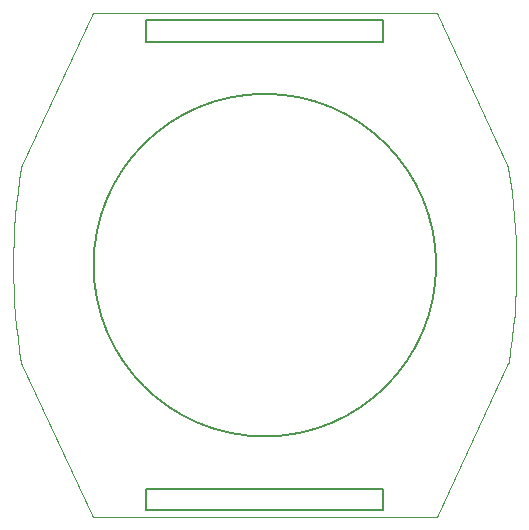
<source format=gbr>
%TF.GenerationSoftware,KiCad,Pcbnew,(5.1.6)-1*%
%TF.CreationDate,2025-07-06T20:59:51+05:30*%
%TF.ProjectId,Project_OAK_BOT_CAVITY_V0,50726f6a-6563-4745-9f4f-414b5f424f54,A*%
%TF.SameCoordinates,Original*%
%TF.FileFunction,Profile,NP*%
%FSLAX46Y46*%
G04 Gerber Fmt 4.6, Leading zero omitted, Abs format (unit mm)*
G04 Created by KiCad (PCBNEW (5.1.6)-1) date 2025-07-06 20:59:51*
%MOMM*%
%LPD*%
G01*
G04 APERTURE LIST*
%TA.AperFunction,Profile*%
%ADD10C,0.150000*%
%TD*%
%TA.AperFunction,Profile*%
%ADD11C,0.100000*%
%TD*%
G04 APERTURE END LIST*
D10*
X84959600Y-93472000D02*
G75*
G03*
X84959600Y-93472000I-14500000J0D01*
G01*
X80492600Y-112395000D02*
X80492600Y-114236500D01*
X70459600Y-72707500D02*
X60426600Y-72707500D01*
X70459600Y-72707500D02*
X80492600Y-72707500D01*
X70459600Y-74549000D02*
X80492600Y-74549000D01*
X60426600Y-72707500D02*
X60426600Y-74549000D01*
X60426600Y-74549000D02*
X70459600Y-74549000D01*
X80492600Y-72707500D02*
X80492600Y-74549000D01*
X70459600Y-114236500D02*
X80492600Y-114236500D01*
X60426600Y-114236500D02*
X70459600Y-114236500D01*
X70459600Y-112395000D02*
X60426600Y-112395000D01*
X60426600Y-112395000D02*
X60426600Y-114236500D01*
X70459600Y-112395000D02*
X80492600Y-112395000D01*
D11*
X55910521Y-72166892D02*
X49852409Y-85157992D01*
X49852409Y-85157992D02*
X49850409Y-85159992D01*
X49850409Y-85159992D02*
X49823240Y-85212792D01*
X49823240Y-85212792D02*
X49666240Y-86239592D01*
X49666240Y-86239592D02*
X49530139Y-87268692D01*
X49530139Y-87268692D02*
X49415140Y-88299592D01*
X49415140Y-88299592D02*
X49321039Y-89332192D01*
X49321039Y-89332192D02*
X49247839Y-90365992D01*
X49247839Y-90365992D02*
X49195740Y-91400792D01*
X49195740Y-91400792D02*
X49164539Y-92436192D01*
X49164539Y-92436192D02*
X49154440Y-93471892D01*
X49154440Y-93471892D02*
X49165240Y-94507592D01*
X49165240Y-94507592D02*
X49197040Y-95542992D01*
X49197040Y-95542992D02*
X49249839Y-96577692D01*
X49249839Y-96577692D02*
X49323740Y-97611392D01*
X49323740Y-97611392D02*
X49418539Y-98643892D01*
X49418539Y-98643892D02*
X49534439Y-99674792D01*
X49534439Y-99674792D02*
X49671240Y-100703692D01*
X49671240Y-100703692D02*
X49829139Y-101730392D01*
X49829139Y-101730392D02*
X49831140Y-101734292D01*
X49831140Y-101734292D02*
X49842939Y-101765492D01*
X49842939Y-101765492D02*
X55911001Y-114778592D01*
X55911001Y-114778592D02*
X85005501Y-114778792D01*
X85005501Y-114778792D02*
X91058201Y-101794792D01*
X91058201Y-101794792D02*
X91097201Y-101730392D01*
X91097201Y-101730392D02*
X91254101Y-100703492D01*
X91254101Y-100703492D02*
X91390102Y-99674492D01*
X91390102Y-99674492D02*
X91505002Y-98643492D01*
X91505002Y-98643492D02*
X91598901Y-97610892D01*
X91598901Y-97610892D02*
X91671901Y-96577092D01*
X91671901Y-96577092D02*
X91723802Y-95542292D01*
X91723802Y-95542292D02*
X91754802Y-94506892D01*
X91754802Y-94506892D02*
X91764701Y-93471192D01*
X91764701Y-93471192D02*
X91753702Y-92435492D01*
X91753702Y-92435492D02*
X91721701Y-91400092D01*
X91721701Y-91400092D02*
X91668701Y-90365392D01*
X91668701Y-90365392D02*
X91594702Y-89331592D01*
X91594702Y-89331592D02*
X91499702Y-88299192D01*
X91499702Y-88299192D02*
X91383801Y-87268292D01*
X91383801Y-87268292D02*
X91246902Y-86239292D01*
X91246902Y-86239292D02*
X91089001Y-85212692D01*
X91089001Y-85212692D02*
X91063601Y-85161892D01*
X91063601Y-85161892D02*
X85004701Y-72165302D01*
X85004701Y-72165302D02*
X55910521Y-72166892D01*
M02*

</source>
